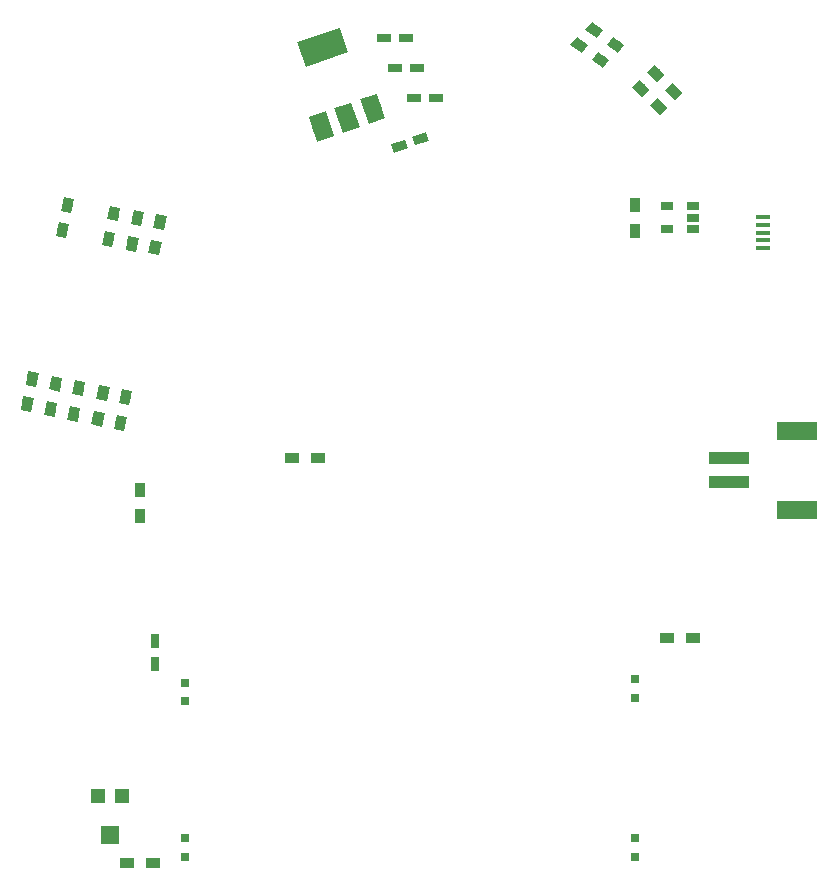
<source format=gbr>
G04 #@! TF.GenerationSoftware,KiCad,Pcbnew,(5.0.0-3-g5ebb6b6)*
G04 #@! TF.CreationDate,2019-03-29T08:56:02+01:00*
G04 #@! TF.ProjectId,Securityfest_2019_badge_beta,5365637572697479666573745F323031,rev?*
G04 #@! TF.SameCoordinates,Original*
G04 #@! TF.FileFunction,Paste,Top*
G04 #@! TF.FilePolarity,Positive*
%FSLAX46Y46*%
G04 Gerber Fmt 4.6, Leading zero omitted, Abs format (unit mm)*
G04 Created by KiCad (PCBNEW (5.0.0-3-g5ebb6b6)) date 2019 March 29, Friday 08:56:02*
%MOMM*%
%LPD*%
G01*
G04 APERTURE LIST*
%ADD10R,3.500000X1.000000*%
%ADD11R,3.400000X1.500000*%
%ADD12R,1.600000X1.500000*%
%ADD13R,1.200000X1.200000*%
%ADD14R,0.800000X0.800000*%
%ADD15R,1.200000X0.750000*%
%ADD16C,0.750000*%
%ADD17C,0.100000*%
%ADD18R,0.750000X1.200000*%
%ADD19C,0.900000*%
%ADD20R,1.300000X0.450000*%
%ADD21R,0.900000X1.200000*%
%ADD22R,1.200000X0.900000*%
%ADD23R,1.060000X0.650000*%
%ADD24C,1.500000*%
%ADD25C,2.200000*%
G04 APERTURE END LIST*
D10*
G04 #@! TO.C,J2*
X179420800Y-83346800D03*
X179420800Y-81346800D03*
D11*
X185170800Y-85696800D03*
X185170800Y-78996800D03*
G04 #@! TD*
D12*
G04 #@! TO.C,RV1*
X127000000Y-113210000D03*
D13*
X128000000Y-109960000D03*
X126000000Y-109960000D03*
G04 #@! TD*
D14*
G04 #@! TO.C,D6*
X171450000Y-113500000D03*
X171450000Y-115100000D03*
G04 #@! TD*
G04 #@! TO.C,D5*
X171450000Y-101600000D03*
X171450000Y-100000000D03*
G04 #@! TD*
G04 #@! TO.C,D3*
X133350000Y-101930000D03*
X133350000Y-100330000D03*
G04 #@! TD*
G04 #@! TO.C,D4*
X133350000Y-115100000D03*
X133350000Y-113500000D03*
G04 #@! TD*
D15*
G04 #@! TO.C,C1*
X154620000Y-50800000D03*
X152720000Y-50800000D03*
G04 #@! TD*
G04 #@! TO.C,C2*
X151130000Y-48260000D03*
X153030000Y-48260000D03*
G04 #@! TD*
D16*
G04 #@! TO.C,C3*
X153298243Y-54300710D03*
D17*
G36*
X153743466Y-53750800D02*
X153987642Y-54459939D01*
X152853020Y-54850620D01*
X152608844Y-54141481D01*
X153743466Y-53750800D01*
X153743466Y-53750800D01*
G37*
D16*
X151501757Y-54919290D03*
D17*
G36*
X151946980Y-54369380D02*
X152191156Y-55078519D01*
X151056534Y-55469200D01*
X150812358Y-54760061D01*
X151946980Y-54369380D01*
X151946980Y-54369380D01*
G37*
G04 #@! TD*
D15*
G04 #@! TO.C,C4*
X150180000Y-45720000D03*
X152080000Y-45720000D03*
G04 #@! TD*
D18*
G04 #@! TO.C,C5*
X130810000Y-98740000D03*
X130810000Y-96840000D03*
G04 #@! TD*
D19*
G04 #@! TO.C,D1*
X174767817Y-50307817D03*
D17*
G36*
X174025355Y-50201751D02*
X174661751Y-49565355D01*
X175510279Y-50413883D01*
X174873883Y-51050279D01*
X174025355Y-50201751D01*
X174025355Y-50201751D01*
G37*
D19*
X173212183Y-48752183D03*
D17*
G36*
X172469721Y-48646117D02*
X173106117Y-48009721D01*
X173954645Y-48858249D01*
X173318249Y-49494645D01*
X172469721Y-48646117D01*
X172469721Y-48646117D01*
G37*
G04 #@! TD*
D19*
G04 #@! TO.C,D2*
X168008933Y-45089066D03*
D17*
G36*
X168758534Y-45064593D02*
X168242315Y-45801830D01*
X167259332Y-45113539D01*
X167775551Y-44376302D01*
X168758534Y-45064593D01*
X168758534Y-45064593D01*
G37*
D19*
X169811067Y-46350934D03*
D17*
G36*
X170560668Y-46326461D02*
X170044449Y-47063698D01*
X169061466Y-46375407D01*
X169577685Y-45638170D01*
X170560668Y-46326461D01*
X170560668Y-46326461D01*
G37*
G04 #@! TD*
D20*
G04 #@! TO.C,J1*
X182250000Y-60930000D03*
X182250000Y-61580000D03*
X182250000Y-62230000D03*
X182250000Y-62880000D03*
X182250000Y-63530000D03*
G04 #@! TD*
D21*
G04 #@! TO.C,R1*
X171450000Y-62060000D03*
X171450000Y-59860000D03*
G04 #@! TD*
D19*
G04 #@! TO.C,R2*
X171942183Y-50022183D03*
D17*
G36*
X171199721Y-49916117D02*
X171836117Y-49279721D01*
X172684645Y-50128249D01*
X172048249Y-50764645D01*
X171199721Y-49916117D01*
X171199721Y-49916117D01*
G37*
D19*
X173497817Y-51577817D03*
D17*
G36*
X172755355Y-51471751D02*
X173391751Y-50835355D01*
X174240279Y-51683883D01*
X173603883Y-52320279D01*
X172755355Y-51471751D01*
X172755355Y-51471751D01*
G37*
G04 #@! TD*
D19*
G04 #@! TO.C,R3*
X166738933Y-46359066D03*
D17*
G36*
X167488534Y-46334593D02*
X166972315Y-47071830D01*
X165989332Y-46383539D01*
X166505551Y-45646302D01*
X167488534Y-46334593D01*
X167488534Y-46334593D01*
G37*
D19*
X168541067Y-47620934D03*
D17*
G36*
X169290668Y-47596461D02*
X168774449Y-48333698D01*
X167791466Y-47645407D01*
X168307685Y-46908170D01*
X169290668Y-47596461D01*
X169290668Y-47596461D01*
G37*
G04 #@! TD*
D22*
G04 #@! TO.C,R4*
X142410000Y-81280000D03*
X144610000Y-81280000D03*
G04 #@! TD*
G04 #@! TO.C,R5*
X176360000Y-96520000D03*
X174160000Y-96520000D03*
G04 #@! TD*
D21*
G04 #@! TO.C,R6*
X129540000Y-83990000D03*
X129540000Y-86190000D03*
G04 #@! TD*
D22*
G04 #@! TO.C,R7*
X128440000Y-115570000D03*
X130640000Y-115570000D03*
G04 #@! TD*
D19*
G04 #@! TO.C,R8*
X122974459Y-62038676D03*
D17*
G36*
X122650750Y-61362131D02*
X123533303Y-61538483D01*
X123298168Y-62715221D01*
X122415615Y-62538869D01*
X122650750Y-61362131D01*
X122650750Y-61362131D01*
G37*
D19*
X123405541Y-59881324D03*
D17*
G36*
X123081832Y-59204779D02*
X123964385Y-59381131D01*
X123729250Y-60557869D01*
X122846697Y-60381517D01*
X123081832Y-59204779D01*
X123081832Y-59204779D01*
G37*
G04 #@! TD*
D19*
G04 #@! TO.C,R9*
X126884459Y-62778676D03*
D17*
G36*
X126560750Y-62102131D02*
X127443303Y-62278483D01*
X127208168Y-63455221D01*
X126325615Y-63278869D01*
X126560750Y-62102131D01*
X126560750Y-62102131D01*
G37*
D19*
X127315541Y-60621324D03*
D17*
G36*
X126991832Y-59944779D02*
X127874385Y-60121131D01*
X127639250Y-61297869D01*
X126756697Y-61121517D01*
X126991832Y-59944779D01*
X126991832Y-59944779D01*
G37*
G04 #@! TD*
D19*
G04 #@! TO.C,R10*
X129315541Y-61021324D03*
D17*
G36*
X128991832Y-60344779D02*
X129874385Y-60521131D01*
X129639250Y-61697869D01*
X128756697Y-61521517D01*
X128991832Y-60344779D01*
X128991832Y-60344779D01*
G37*
D19*
X128884459Y-63178676D03*
D17*
G36*
X128560750Y-62502131D02*
X129443303Y-62678483D01*
X129208168Y-63855221D01*
X128325615Y-63678869D01*
X128560750Y-62502131D01*
X128560750Y-62502131D01*
G37*
G04 #@! TD*
D19*
G04 #@! TO.C,R11*
X130810000Y-63500000D03*
D17*
G36*
X130486291Y-62823455D02*
X131368844Y-62999807D01*
X131133709Y-64176545D01*
X130251156Y-64000193D01*
X130486291Y-62823455D01*
X130486291Y-62823455D01*
G37*
D19*
X131241082Y-61342648D03*
D17*
G36*
X130917373Y-60666103D02*
X131799926Y-60842455D01*
X131564791Y-62019193D01*
X130682238Y-61842841D01*
X130917373Y-60666103D01*
X130917373Y-60666103D01*
G37*
G04 #@! TD*
D19*
G04 #@! TO.C,R12*
X119984459Y-76778676D03*
D17*
G36*
X120308168Y-77455221D02*
X119425615Y-77278869D01*
X119660750Y-76102131D01*
X120543303Y-76278483D01*
X120308168Y-77455221D01*
X120308168Y-77455221D01*
G37*
D19*
X120415541Y-74621324D03*
D17*
G36*
X120739250Y-75297869D02*
X119856697Y-75121517D01*
X120091832Y-73944779D01*
X120974385Y-74121131D01*
X120739250Y-75297869D01*
X120739250Y-75297869D01*
G37*
G04 #@! TD*
D19*
G04 #@! TO.C,R13*
X122415541Y-75021324D03*
D17*
G36*
X122739250Y-75697869D02*
X121856697Y-75521517D01*
X122091832Y-74344779D01*
X122974385Y-74521131D01*
X122739250Y-75697869D01*
X122739250Y-75697869D01*
G37*
D19*
X121984459Y-77178676D03*
D17*
G36*
X122308168Y-77855221D02*
X121425615Y-77678869D01*
X121660750Y-76502131D01*
X122543303Y-76678483D01*
X122308168Y-77855221D01*
X122308168Y-77855221D01*
G37*
G04 #@! TD*
D19*
G04 #@! TO.C,R14*
X123934459Y-77578676D03*
D17*
G36*
X124258168Y-78255221D02*
X123375615Y-78078869D01*
X123610750Y-76902131D01*
X124493303Y-77078483D01*
X124258168Y-78255221D01*
X124258168Y-78255221D01*
G37*
D19*
X124365541Y-75421324D03*
D17*
G36*
X124689250Y-76097869D02*
X123806697Y-75921517D01*
X124041832Y-74744779D01*
X124924385Y-74921131D01*
X124689250Y-76097869D01*
X124689250Y-76097869D01*
G37*
G04 #@! TD*
D19*
G04 #@! TO.C,R15*
X125984459Y-77978676D03*
D17*
G36*
X126308168Y-78655221D02*
X125425615Y-78478869D01*
X125660750Y-77302131D01*
X126543303Y-77478483D01*
X126308168Y-78655221D01*
X126308168Y-78655221D01*
G37*
D19*
X126415541Y-75821324D03*
D17*
G36*
X126739250Y-76497869D02*
X125856697Y-76321517D01*
X126091832Y-75144779D01*
X126974385Y-75321131D01*
X126739250Y-76497869D01*
X126739250Y-76497869D01*
G37*
G04 #@! TD*
D19*
G04 #@! TO.C,R16*
X127884459Y-78338676D03*
D17*
G36*
X128208168Y-79015221D02*
X127325615Y-78838869D01*
X127560750Y-77662131D01*
X128443303Y-77838483D01*
X128208168Y-79015221D01*
X128208168Y-79015221D01*
G37*
D19*
X128315541Y-76181324D03*
D17*
G36*
X128639250Y-76857869D02*
X127756697Y-76681517D01*
X127991832Y-75504779D01*
X128874385Y-75681131D01*
X128639250Y-76857869D01*
X128639250Y-76857869D01*
G37*
G04 #@! TD*
D23*
G04 #@! TO.C,U1*
X174160000Y-61910000D03*
X174160000Y-60010000D03*
X176360000Y-60010000D03*
X176360000Y-60960000D03*
X176360000Y-61910000D03*
G04 #@! TD*
D24*
G04 #@! TO.C,U2*
X149250232Y-51759577D03*
D17*
G36*
X148899218Y-53043824D02*
X148182968Y-50963683D01*
X149601246Y-50475330D01*
X150317496Y-52555471D01*
X148899218Y-53043824D01*
X148899218Y-53043824D01*
G37*
D24*
X147075540Y-52508384D03*
D17*
G36*
X146724526Y-53792631D02*
X146008276Y-51712490D01*
X147426554Y-51224137D01*
X148142804Y-53304278D01*
X146724526Y-53792631D01*
X146724526Y-53792631D01*
G37*
D24*
X144900847Y-53257190D03*
D17*
G36*
X144549833Y-54541437D02*
X143833583Y-52461296D01*
X145251861Y-51972943D01*
X145968111Y-54053084D01*
X144549833Y-54541437D01*
X144549833Y-54541437D01*
G37*
D25*
X145024460Y-46551616D03*
D17*
G36*
X143586100Y-48210266D02*
X142869850Y-46130125D01*
X146462820Y-44892966D01*
X147179070Y-46973107D01*
X143586100Y-48210266D01*
X143586100Y-48210266D01*
G37*
G04 #@! TD*
M02*

</source>
